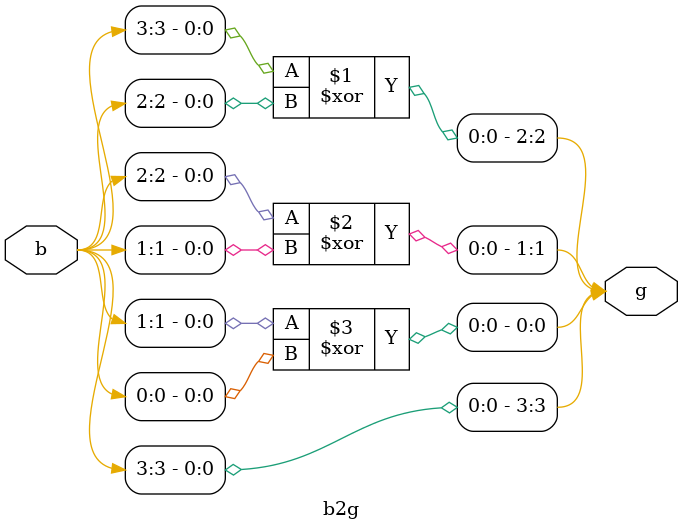
<source format=v>
module b2g(b,g);
	input [3:0]b;
	output [3:0]g;

	assign g[3] = b[3];
	assign g[2] = b[3] ^ b[2];
	assign g[1] = b[2] ^ b[1];
	assign g[0] = b[1] ^ b[0];
endmodule

</source>
